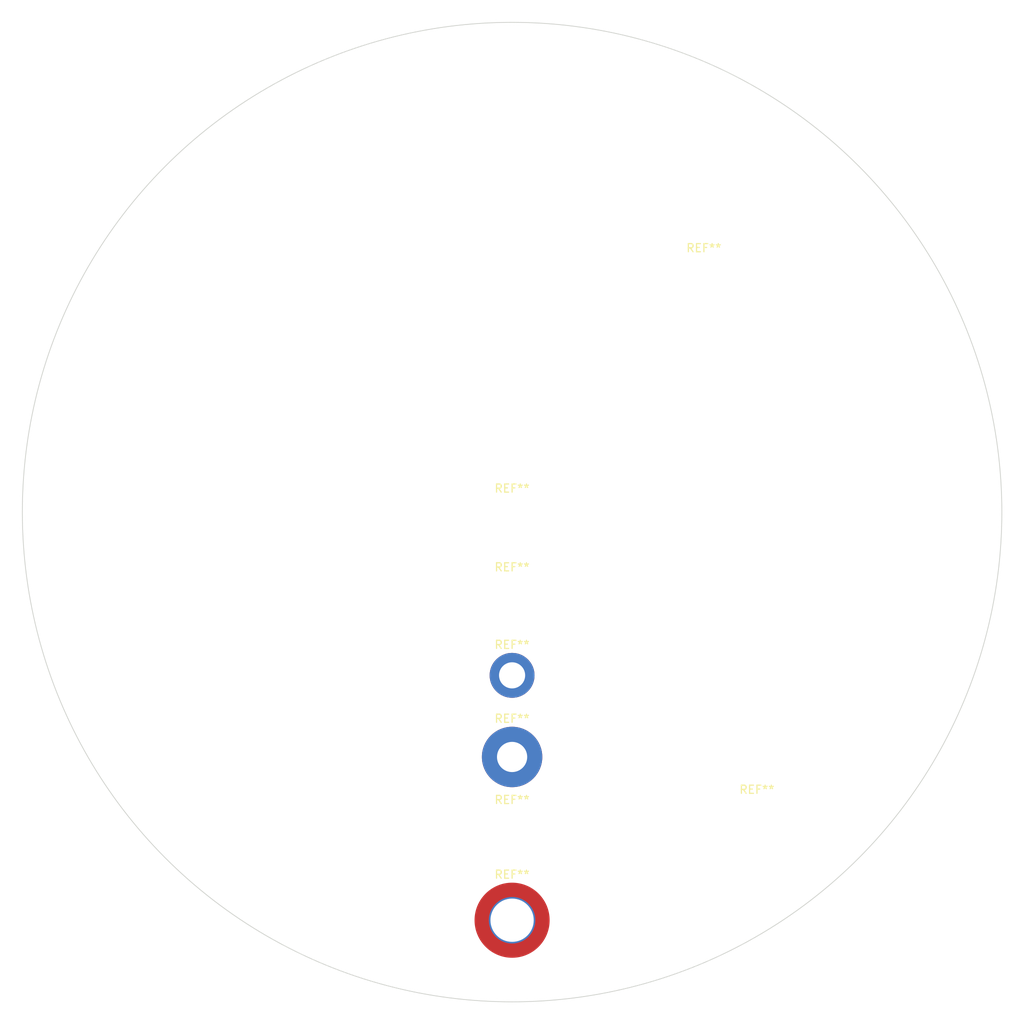
<source format=kicad_pcb>
(kicad_pcb (version 20240108) (generator "pcbnew") (generator_version "8.0")
  (layers (0 "F.Cu" signal) (31 "B.Cu" signal) (34 "B.Paste" user) (35 "F.Paste" user) (36 "B.SilkS" user "B.Silkscreen") (37 "F.SilkS" user "F.Silkscreen") (38 "B.Mask" user) (39 "F.Mask" user) (44 "Edge.Cuts" user))
  (net 0 "")
  (footprint "MountingHole:MountingHole_2.2mm_M2_DIN965" (layer "F.Cu") (at 100 100)
    (property "Reference" "REF**" (at 0 -2.9 0) (layer "F.SilkS"))
    (property "Value" "MountingHole_2.2mm_M2_DIN965")
    (pad "" np_thru_hole circle (at 0 0) (size 2.2 2.2) (drill 2.2) (layers "*.Cu" "*.Mask"))
  )
  (footprint "MountingHole:MountingHole_5.3mm_M5_DIN965_Pad_TopOnly" (layer "F.Cu") (at 100 150)
    (property "Reference" "REF**" (at 0 -5.6 0) (layer "F.SilkS"))
    (property "Value" "MountingHole_5.3mm_M5_DIN965_Pad_TopOnly")
    (pad "1" thru_hole circle (at 0 0) (size 5.7 5.7) (drill 5.3) (layers "*.Cu" "*.Mask"))
    (pad "1" connect circle (at 0 0) (size 9.2 9.2) (layers "F.Cu" "F.Mask"))
  )
  (footprint "MountingHole:MountingHole_2.7mm_M2.5_ISO7380" (layer "F.Cu") (at 100 110)
    (property "Reference" "REF**" (at 0 -3.25 0) (layer "F.SilkS"))
    (property "Value" "MountingHole_2.7mm_M2.5_ISO7380")
    (pad "" np_thru_hole circle (at 0 0) (size 2.7 2.7) (drill 2.7) (layers "*.Cu" "*.Mask"))
  )
  (footprint "MountingHole:MountingHole_4.3mm_M4_DIN965" (layer "F.Cu") (at 100 140)
    (property "Reference" "REF**" (at 0 -4.75 0) (layer "F.SilkS"))
    (property "Value" "MountingHole_4.3mm_M4_DIN965")
    (pad "" np_thru_hole circle (at 0 0) (size 4.3 4.3) (drill 4.3) (layers "*.Cu" "*.Mask"))
  )
  (footprint "MountingHole:MountingHole_6.4mm_M6_ISO14580" (layer "F.Cu") (at 130 140)
    (property "Reference" "REF**" (at 0 -6 0) (layer "F.SilkS"))
    (property "Value" "MountingHole_6.4mm_M6_ISO14580")
    (pad "" np_thru_hole circle (at 0 0) (size 6.4 6.4) (drill 6.4) (layers "*.Cu" "*.Mask"))
  )
  (footprint "MountingHole:MountingHole_3.2mm_M3_ISO7380" (layer "F.Cu") (at 123.5 71.5)
    (property "Reference" "REF**" (at 0 -3.85 0) (layer "F.SilkS"))
    (property "Value" "MountingHole_3.2mm_M3_ISO7380")
    (pad "" np_thru_hole circle (at 0 0) (size 3.2 3.2) (drill 3.2) (layers "*.Cu" "*.Mask"))
  )
  (footprint "MountingHole:MountingHole_3.7mm_Pad_TopBottom" (layer "F.Cu") (at 100 130)
    (property "Reference" "REF**" (at 0 -4.7 0) (layer "F.SilkS"))
    (property "Value" "MountingHole_3.7mm_Pad_TopBottom")
    (pad "1" thru_hole circle (at 0 0) (size 4.1 4.1) (drill 3.7) (layers "*.Cu" "*.Mask"))
    (pad "1" connect circle (at 0 0) (size 7.4 7.4) (layers "F.Cu" "F.Mask"))
    (pad "1" connect circle (at 0 0) (size 7.4 7.4) (layers "B.Cu" "B.Mask"))
  )
  (footprint "MountingHole:MountingHole_3.2mm_M3_ISO14580_Pad" (layer "F.Cu") (at 100 120)
    (property "Reference" "REF**" (at 0 -3.75 0) (layer "F.SilkS"))
    (property "Value" "MountingHole_3.2mm_M3_ISO14580_Pad")
    (pad "1" thru_hole circle (at 0 0) (size 5.5 5.5) (drill 3.2) (layers "*.Cu" "*.Mask"))
  )
  (gr_circle (center 100 100) (end 160 100) (stroke (width 0.1)) (fill none) (layer "Edge.Cuts"))
)
</source>
